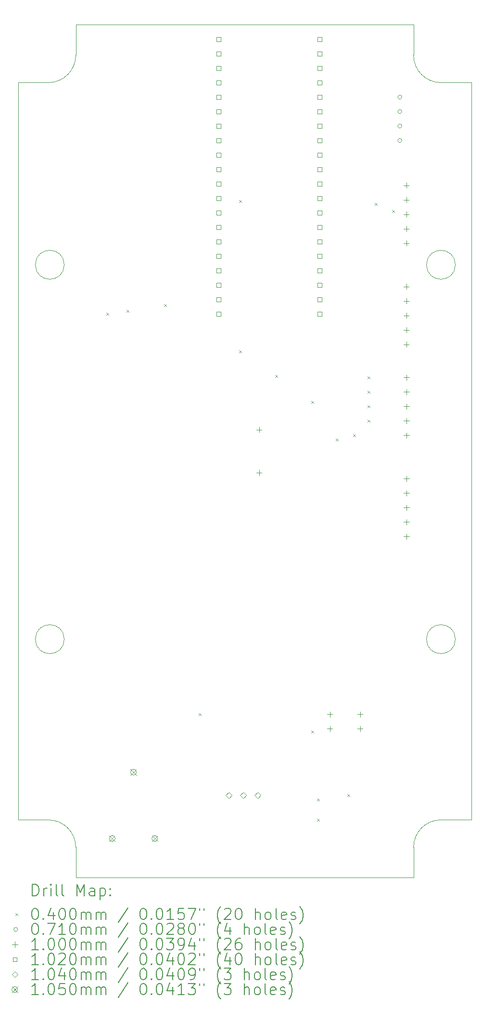
<source format=gbr>
%FSLAX45Y45*%
G04 Gerber Fmt 4.5, Leading zero omitted, Abs format (unit mm)*
G04 Created by KiCad (PCBNEW 6.0.2+dfsg-1) date 2022-11-10 09:56:29*
%MOMM*%
%LPD*%
G01*
G04 APERTURE LIST*
%TA.AperFunction,Profile*%
%ADD10C,0.100000*%
%TD*%
%ADD11C,0.200000*%
%ADD12C,0.040000*%
%ADD13C,0.071000*%
%ADD14C,0.100000*%
%ADD15C,0.102000*%
%ADD16C,0.104000*%
%ADD17C,0.105000*%
G04 APERTURE END LIST*
D10*
X8991600Y-15519400D02*
X9525000Y-15519400D01*
X2082800Y-2565400D02*
G75*
G03*
X2565400Y-2082800I0J482600D01*
G01*
X2565400Y-2082800D02*
X2565400Y-1549400D01*
X2565400Y-1549400D02*
X8509000Y-1549400D01*
X2565400Y-16535400D02*
X8509000Y-16535400D01*
X8991600Y-15519400D02*
G75*
G03*
X8509000Y-16002000I0J-482600D01*
G01*
X2362200Y-12344400D02*
G75*
G03*
X2362200Y-12344400I-254000J0D01*
G01*
X9245600Y-5765800D02*
G75*
G03*
X9245600Y-5765800I-254000J0D01*
G01*
X2082800Y-2565400D02*
X1549400Y-2565400D01*
X2565400Y-16002000D02*
X2565400Y-16535400D01*
X8509000Y-2082800D02*
X8509000Y-1549400D01*
X9245600Y-12344400D02*
G75*
G03*
X9245600Y-12344400I-254000J0D01*
G01*
X8509000Y-2082800D02*
G75*
G03*
X8991600Y-2565400I482600J0D01*
G01*
X9525000Y-15519400D02*
X9525000Y-2565400D01*
X2362200Y-5765800D02*
G75*
G03*
X2362200Y-5765800I-254000J0D01*
G01*
X8509000Y-16002000D02*
X8509000Y-16535400D01*
X1549400Y-2565400D02*
X1549400Y-15519400D01*
X8991600Y-2565400D02*
X9525000Y-2565400D01*
X2082800Y-15519400D02*
X1549400Y-15519400D01*
X2565400Y-16002000D02*
G75*
G03*
X2082800Y-15519400I-482600J0D01*
G01*
D11*
D12*
X3104200Y-6609400D02*
X3144200Y-6649400D01*
X3144200Y-6609400D02*
X3104200Y-6649400D01*
X3459800Y-6558600D02*
X3499800Y-6598600D01*
X3499800Y-6558600D02*
X3459800Y-6598600D01*
X4120200Y-6457000D02*
X4160200Y-6497000D01*
X4160200Y-6457000D02*
X4120200Y-6497000D01*
X4729800Y-13645200D02*
X4769800Y-13685200D01*
X4769800Y-13645200D02*
X4729800Y-13685200D01*
X5441000Y-4628200D02*
X5481000Y-4668200D01*
X5481000Y-4628200D02*
X5441000Y-4668200D01*
X5441000Y-7269800D02*
X5481000Y-7309800D01*
X5481000Y-7269800D02*
X5441000Y-7309800D01*
X6076000Y-7701600D02*
X6116000Y-7741600D01*
X6116000Y-7701600D02*
X6076000Y-7741600D01*
X6711000Y-8158800D02*
X6751000Y-8198800D01*
X6751000Y-8158800D02*
X6711000Y-8198800D01*
X6711000Y-13950000D02*
X6751000Y-13990000D01*
X6751000Y-13950000D02*
X6711000Y-13990000D01*
X6812600Y-15143800D02*
X6852600Y-15183800D01*
X6852600Y-15143800D02*
X6812600Y-15183800D01*
X6812600Y-15499400D02*
X6852600Y-15539400D01*
X6852600Y-15499400D02*
X6812600Y-15539400D01*
X7142800Y-8819200D02*
X7182800Y-8859200D01*
X7182800Y-8819200D02*
X7142800Y-8859200D01*
X7346000Y-15067600D02*
X7386000Y-15107600D01*
X7386000Y-15067600D02*
X7346000Y-15107600D01*
X7447600Y-8743000D02*
X7487600Y-8783000D01*
X7487600Y-8743000D02*
X7447600Y-8783000D01*
X7701600Y-7727000D02*
X7741600Y-7767000D01*
X7741600Y-7727000D02*
X7701600Y-7767000D01*
X7701600Y-7981000D02*
X7741600Y-8021000D01*
X7741600Y-7981000D02*
X7701600Y-8021000D01*
X7701600Y-8235000D02*
X7741600Y-8275000D01*
X7741600Y-8235000D02*
X7701600Y-8275000D01*
X7701600Y-8489000D02*
X7741600Y-8529000D01*
X7741600Y-8489000D02*
X7701600Y-8529000D01*
X7828600Y-4679000D02*
X7868600Y-4719000D01*
X7868600Y-4679000D02*
X7828600Y-4719000D01*
X8133400Y-4806000D02*
X8173400Y-4846000D01*
X8173400Y-4806000D02*
X8133400Y-4846000D01*
D13*
X8303500Y-2819400D02*
G75*
G03*
X8303500Y-2819400I-35500J0D01*
G01*
X8303500Y-3073400D02*
G75*
G03*
X8303500Y-3073400I-35500J0D01*
G01*
X8303500Y-3327400D02*
G75*
G03*
X8303500Y-3327400I-35500J0D01*
G01*
X8303500Y-3581400D02*
G75*
G03*
X8303500Y-3581400I-35500J0D01*
G01*
D14*
X5791200Y-8612400D02*
X5791200Y-8712400D01*
X5741200Y-8662400D02*
X5841200Y-8662400D01*
X5791200Y-9372400D02*
X5791200Y-9472400D01*
X5741200Y-9422400D02*
X5841200Y-9422400D01*
X7035800Y-13615200D02*
X7035800Y-13715200D01*
X6985800Y-13665200D02*
X7085800Y-13665200D01*
X7035800Y-13869200D02*
X7035800Y-13969200D01*
X6985800Y-13919200D02*
X7085800Y-13919200D01*
X7569200Y-13615200D02*
X7569200Y-13715200D01*
X7519200Y-13665200D02*
X7619200Y-13665200D01*
X7569200Y-13869200D02*
X7569200Y-13969200D01*
X7519200Y-13919200D02*
X7619200Y-13919200D01*
X8382000Y-4319300D02*
X8382000Y-4419300D01*
X8332000Y-4369300D02*
X8432000Y-4369300D01*
X8382000Y-4573300D02*
X8382000Y-4673300D01*
X8332000Y-4623300D02*
X8432000Y-4623300D01*
X8382000Y-4827300D02*
X8382000Y-4927300D01*
X8332000Y-4877300D02*
X8432000Y-4877300D01*
X8382000Y-5081300D02*
X8382000Y-5181300D01*
X8332000Y-5131300D02*
X8432000Y-5131300D01*
X8382000Y-5335300D02*
X8382000Y-5435300D01*
X8332000Y-5385300D02*
X8432000Y-5385300D01*
X8382000Y-6097800D02*
X8382000Y-6197800D01*
X8332000Y-6147800D02*
X8432000Y-6147800D01*
X8382000Y-6351800D02*
X8382000Y-6451800D01*
X8332000Y-6401800D02*
X8432000Y-6401800D01*
X8382000Y-6605800D02*
X8382000Y-6705800D01*
X8332000Y-6655800D02*
X8432000Y-6655800D01*
X8382000Y-6859800D02*
X8382000Y-6959800D01*
X8332000Y-6909800D02*
X8432000Y-6909800D01*
X8382000Y-7113800D02*
X8382000Y-7213800D01*
X8332000Y-7163800D02*
X8432000Y-7163800D01*
X8383600Y-7697000D02*
X8383600Y-7797000D01*
X8333600Y-7747000D02*
X8433600Y-7747000D01*
X8383600Y-7951000D02*
X8383600Y-8051000D01*
X8333600Y-8001000D02*
X8433600Y-8001000D01*
X8383600Y-8205000D02*
X8383600Y-8305000D01*
X8333600Y-8255000D02*
X8433600Y-8255000D01*
X8383600Y-8459000D02*
X8383600Y-8559000D01*
X8333600Y-8509000D02*
X8433600Y-8509000D01*
X8383600Y-8713000D02*
X8383600Y-8813000D01*
X8333600Y-8763000D02*
X8433600Y-8763000D01*
X8383600Y-9475000D02*
X8383600Y-9575000D01*
X8333600Y-9525000D02*
X8433600Y-9525000D01*
X8383600Y-9729000D02*
X8383600Y-9829000D01*
X8333600Y-9779000D02*
X8433600Y-9779000D01*
X8383600Y-9983000D02*
X8383600Y-10083000D01*
X8333600Y-10033000D02*
X8433600Y-10033000D01*
X8383600Y-10237000D02*
X8383600Y-10337000D01*
X8333600Y-10287000D02*
X8433600Y-10287000D01*
X8383600Y-10491000D02*
X8383600Y-10591000D01*
X8333600Y-10541000D02*
X8433600Y-10541000D01*
D15*
X5116063Y-1839463D02*
X5116063Y-1767337D01*
X5043937Y-1767337D01*
X5043937Y-1839463D01*
X5116063Y-1839463D01*
X5116063Y-2093463D02*
X5116063Y-2021337D01*
X5043937Y-2021337D01*
X5043937Y-2093463D01*
X5116063Y-2093463D01*
X5116063Y-2347463D02*
X5116063Y-2275337D01*
X5043937Y-2275337D01*
X5043937Y-2347463D01*
X5116063Y-2347463D01*
X5116063Y-2601463D02*
X5116063Y-2529337D01*
X5043937Y-2529337D01*
X5043937Y-2601463D01*
X5116063Y-2601463D01*
X5116063Y-2855463D02*
X5116063Y-2783337D01*
X5043937Y-2783337D01*
X5043937Y-2855463D01*
X5116063Y-2855463D01*
X5116063Y-3109463D02*
X5116063Y-3037337D01*
X5043937Y-3037337D01*
X5043937Y-3109463D01*
X5116063Y-3109463D01*
X5116063Y-3363463D02*
X5116063Y-3291337D01*
X5043937Y-3291337D01*
X5043937Y-3363463D01*
X5116063Y-3363463D01*
X5116063Y-3617463D02*
X5116063Y-3545337D01*
X5043937Y-3545337D01*
X5043937Y-3617463D01*
X5116063Y-3617463D01*
X5116063Y-3871463D02*
X5116063Y-3799337D01*
X5043937Y-3799337D01*
X5043937Y-3871463D01*
X5116063Y-3871463D01*
X5116063Y-4125463D02*
X5116063Y-4053337D01*
X5043937Y-4053337D01*
X5043937Y-4125463D01*
X5116063Y-4125463D01*
X5116063Y-4379463D02*
X5116063Y-4307337D01*
X5043937Y-4307337D01*
X5043937Y-4379463D01*
X5116063Y-4379463D01*
X5116063Y-4633463D02*
X5116063Y-4561337D01*
X5043937Y-4561337D01*
X5043937Y-4633463D01*
X5116063Y-4633463D01*
X5116063Y-4887463D02*
X5116063Y-4815337D01*
X5043937Y-4815337D01*
X5043937Y-4887463D01*
X5116063Y-4887463D01*
X5116063Y-5141463D02*
X5116063Y-5069337D01*
X5043937Y-5069337D01*
X5043937Y-5141463D01*
X5116063Y-5141463D01*
X5116063Y-5395463D02*
X5116063Y-5323337D01*
X5043937Y-5323337D01*
X5043937Y-5395463D01*
X5116063Y-5395463D01*
X5116063Y-5649463D02*
X5116063Y-5577337D01*
X5043937Y-5577337D01*
X5043937Y-5649463D01*
X5116063Y-5649463D01*
X5116063Y-5903463D02*
X5116063Y-5831337D01*
X5043937Y-5831337D01*
X5043937Y-5903463D01*
X5116063Y-5903463D01*
X5116063Y-6157463D02*
X5116063Y-6085337D01*
X5043937Y-6085337D01*
X5043937Y-6157463D01*
X5116063Y-6157463D01*
X5116063Y-6411463D02*
X5116063Y-6339337D01*
X5043937Y-6339337D01*
X5043937Y-6411463D01*
X5116063Y-6411463D01*
X5116063Y-6665463D02*
X5116063Y-6593337D01*
X5043937Y-6593337D01*
X5043937Y-6665463D01*
X5116063Y-6665463D01*
X6894063Y-1839463D02*
X6894063Y-1767337D01*
X6821937Y-1767337D01*
X6821937Y-1839463D01*
X6894063Y-1839463D01*
X6894063Y-2093463D02*
X6894063Y-2021337D01*
X6821937Y-2021337D01*
X6821937Y-2093463D01*
X6894063Y-2093463D01*
X6894063Y-2347463D02*
X6894063Y-2275337D01*
X6821937Y-2275337D01*
X6821937Y-2347463D01*
X6894063Y-2347463D01*
X6894063Y-2601463D02*
X6894063Y-2529337D01*
X6821937Y-2529337D01*
X6821937Y-2601463D01*
X6894063Y-2601463D01*
X6894063Y-2855463D02*
X6894063Y-2783337D01*
X6821937Y-2783337D01*
X6821937Y-2855463D01*
X6894063Y-2855463D01*
X6894063Y-3109463D02*
X6894063Y-3037337D01*
X6821937Y-3037337D01*
X6821937Y-3109463D01*
X6894063Y-3109463D01*
X6894063Y-3363463D02*
X6894063Y-3291337D01*
X6821937Y-3291337D01*
X6821937Y-3363463D01*
X6894063Y-3363463D01*
X6894063Y-3617463D02*
X6894063Y-3545337D01*
X6821937Y-3545337D01*
X6821937Y-3617463D01*
X6894063Y-3617463D01*
X6894063Y-3871463D02*
X6894063Y-3799337D01*
X6821937Y-3799337D01*
X6821937Y-3871463D01*
X6894063Y-3871463D01*
X6894063Y-4125463D02*
X6894063Y-4053337D01*
X6821937Y-4053337D01*
X6821937Y-4125463D01*
X6894063Y-4125463D01*
X6894063Y-4379463D02*
X6894063Y-4307337D01*
X6821937Y-4307337D01*
X6821937Y-4379463D01*
X6894063Y-4379463D01*
X6894063Y-4633463D02*
X6894063Y-4561337D01*
X6821937Y-4561337D01*
X6821937Y-4633463D01*
X6894063Y-4633463D01*
X6894063Y-4887463D02*
X6894063Y-4815337D01*
X6821937Y-4815337D01*
X6821937Y-4887463D01*
X6894063Y-4887463D01*
X6894063Y-5141463D02*
X6894063Y-5069337D01*
X6821937Y-5069337D01*
X6821937Y-5141463D01*
X6894063Y-5141463D01*
X6894063Y-5395463D02*
X6894063Y-5323337D01*
X6821937Y-5323337D01*
X6821937Y-5395463D01*
X6894063Y-5395463D01*
X6894063Y-5649463D02*
X6894063Y-5577337D01*
X6821937Y-5577337D01*
X6821937Y-5649463D01*
X6894063Y-5649463D01*
X6894063Y-5903463D02*
X6894063Y-5831337D01*
X6821937Y-5831337D01*
X6821937Y-5903463D01*
X6894063Y-5903463D01*
X6894063Y-6157463D02*
X6894063Y-6085337D01*
X6821937Y-6085337D01*
X6821937Y-6157463D01*
X6894063Y-6157463D01*
X6894063Y-6411463D02*
X6894063Y-6339337D01*
X6821937Y-6339337D01*
X6821937Y-6411463D01*
X6894063Y-6411463D01*
X6894063Y-6665463D02*
X6894063Y-6593337D01*
X6821937Y-6593337D01*
X6821937Y-6665463D01*
X6894063Y-6665463D01*
D16*
X5257800Y-15139600D02*
X5309800Y-15087600D01*
X5257800Y-15035600D01*
X5205800Y-15087600D01*
X5257800Y-15139600D01*
X5511800Y-15139600D02*
X5563800Y-15087600D01*
X5511800Y-15035600D01*
X5459800Y-15087600D01*
X5511800Y-15139600D01*
X5765800Y-15139600D02*
X5817800Y-15087600D01*
X5765800Y-15035600D01*
X5713800Y-15087600D01*
X5765800Y-15139600D01*
D17*
X3153900Y-15793000D02*
X3258900Y-15898000D01*
X3258900Y-15793000D02*
X3153900Y-15898000D01*
X3258900Y-15845500D02*
G75*
G03*
X3258900Y-15845500I-52500J0D01*
G01*
X3528900Y-14628000D02*
X3633900Y-14733000D01*
X3633900Y-14628000D02*
X3528900Y-14733000D01*
X3633900Y-14680500D02*
G75*
G03*
X3633900Y-14680500I-52500J0D01*
G01*
X3903900Y-15793000D02*
X4008900Y-15898000D01*
X4008900Y-15793000D02*
X3903900Y-15898000D01*
X4008900Y-15845500D02*
G75*
G03*
X4008900Y-15845500I-52500J0D01*
G01*
D11*
X1802019Y-16850876D02*
X1802019Y-16650876D01*
X1849638Y-16650876D01*
X1878209Y-16660400D01*
X1897257Y-16679448D01*
X1906781Y-16698495D01*
X1916305Y-16736590D01*
X1916305Y-16765162D01*
X1906781Y-16803257D01*
X1897257Y-16822305D01*
X1878209Y-16841352D01*
X1849638Y-16850876D01*
X1802019Y-16850876D01*
X2002019Y-16850876D02*
X2002019Y-16717543D01*
X2002019Y-16755638D02*
X2011543Y-16736590D01*
X2021067Y-16727067D01*
X2040114Y-16717543D01*
X2059162Y-16717543D01*
X2125829Y-16850876D02*
X2125829Y-16717543D01*
X2125829Y-16650876D02*
X2116305Y-16660400D01*
X2125829Y-16669924D01*
X2135352Y-16660400D01*
X2125829Y-16650876D01*
X2125829Y-16669924D01*
X2249638Y-16850876D02*
X2230590Y-16841352D01*
X2221067Y-16822305D01*
X2221067Y-16650876D01*
X2354400Y-16850876D02*
X2335352Y-16841352D01*
X2325829Y-16822305D01*
X2325829Y-16650876D01*
X2582971Y-16850876D02*
X2582971Y-16650876D01*
X2649638Y-16793733D01*
X2716305Y-16650876D01*
X2716305Y-16850876D01*
X2897257Y-16850876D02*
X2897257Y-16746114D01*
X2887733Y-16727067D01*
X2868686Y-16717543D01*
X2830590Y-16717543D01*
X2811543Y-16727067D01*
X2897257Y-16841352D02*
X2878209Y-16850876D01*
X2830590Y-16850876D01*
X2811543Y-16841352D01*
X2802019Y-16822305D01*
X2802019Y-16803257D01*
X2811543Y-16784210D01*
X2830590Y-16774686D01*
X2878209Y-16774686D01*
X2897257Y-16765162D01*
X2992495Y-16717543D02*
X2992495Y-16917543D01*
X2992495Y-16727067D02*
X3011543Y-16717543D01*
X3049638Y-16717543D01*
X3068686Y-16727067D01*
X3078209Y-16736590D01*
X3087733Y-16755638D01*
X3087733Y-16812781D01*
X3078209Y-16831829D01*
X3068686Y-16841352D01*
X3049638Y-16850876D01*
X3011543Y-16850876D01*
X2992495Y-16841352D01*
X3173448Y-16831829D02*
X3182971Y-16841352D01*
X3173448Y-16850876D01*
X3163924Y-16841352D01*
X3173448Y-16831829D01*
X3173448Y-16850876D01*
X3173448Y-16727067D02*
X3182971Y-16736590D01*
X3173448Y-16746114D01*
X3163924Y-16736590D01*
X3173448Y-16727067D01*
X3173448Y-16746114D01*
D12*
X1504400Y-17160400D02*
X1544400Y-17200400D01*
X1544400Y-17160400D02*
X1504400Y-17200400D01*
D11*
X1840114Y-17070876D02*
X1859162Y-17070876D01*
X1878209Y-17080400D01*
X1887733Y-17089924D01*
X1897257Y-17108971D01*
X1906781Y-17147067D01*
X1906781Y-17194686D01*
X1897257Y-17232781D01*
X1887733Y-17251829D01*
X1878209Y-17261352D01*
X1859162Y-17270876D01*
X1840114Y-17270876D01*
X1821067Y-17261352D01*
X1811543Y-17251829D01*
X1802019Y-17232781D01*
X1792495Y-17194686D01*
X1792495Y-17147067D01*
X1802019Y-17108971D01*
X1811543Y-17089924D01*
X1821067Y-17080400D01*
X1840114Y-17070876D01*
X1992495Y-17251829D02*
X2002019Y-17261352D01*
X1992495Y-17270876D01*
X1982971Y-17261352D01*
X1992495Y-17251829D01*
X1992495Y-17270876D01*
X2173448Y-17137543D02*
X2173448Y-17270876D01*
X2125829Y-17061352D02*
X2078209Y-17204210D01*
X2202019Y-17204210D01*
X2316305Y-17070876D02*
X2335352Y-17070876D01*
X2354400Y-17080400D01*
X2363924Y-17089924D01*
X2373448Y-17108971D01*
X2382971Y-17147067D01*
X2382971Y-17194686D01*
X2373448Y-17232781D01*
X2363924Y-17251829D01*
X2354400Y-17261352D01*
X2335352Y-17270876D01*
X2316305Y-17270876D01*
X2297257Y-17261352D01*
X2287733Y-17251829D01*
X2278210Y-17232781D01*
X2268686Y-17194686D01*
X2268686Y-17147067D01*
X2278210Y-17108971D01*
X2287733Y-17089924D01*
X2297257Y-17080400D01*
X2316305Y-17070876D01*
X2506781Y-17070876D02*
X2525829Y-17070876D01*
X2544876Y-17080400D01*
X2554400Y-17089924D01*
X2563924Y-17108971D01*
X2573448Y-17147067D01*
X2573448Y-17194686D01*
X2563924Y-17232781D01*
X2554400Y-17251829D01*
X2544876Y-17261352D01*
X2525829Y-17270876D01*
X2506781Y-17270876D01*
X2487733Y-17261352D01*
X2478210Y-17251829D01*
X2468686Y-17232781D01*
X2459162Y-17194686D01*
X2459162Y-17147067D01*
X2468686Y-17108971D01*
X2478210Y-17089924D01*
X2487733Y-17080400D01*
X2506781Y-17070876D01*
X2659162Y-17270876D02*
X2659162Y-17137543D01*
X2659162Y-17156590D02*
X2668686Y-17147067D01*
X2687733Y-17137543D01*
X2716305Y-17137543D01*
X2735352Y-17147067D01*
X2744876Y-17166114D01*
X2744876Y-17270876D01*
X2744876Y-17166114D02*
X2754400Y-17147067D01*
X2773448Y-17137543D01*
X2802019Y-17137543D01*
X2821067Y-17147067D01*
X2830590Y-17166114D01*
X2830590Y-17270876D01*
X2925828Y-17270876D02*
X2925828Y-17137543D01*
X2925828Y-17156590D02*
X2935352Y-17147067D01*
X2954400Y-17137543D01*
X2982971Y-17137543D01*
X3002019Y-17147067D01*
X3011543Y-17166114D01*
X3011543Y-17270876D01*
X3011543Y-17166114D02*
X3021067Y-17147067D01*
X3040114Y-17137543D01*
X3068686Y-17137543D01*
X3087733Y-17147067D01*
X3097257Y-17166114D01*
X3097257Y-17270876D01*
X3487733Y-17061352D02*
X3316305Y-17318495D01*
X3744876Y-17070876D02*
X3763924Y-17070876D01*
X3782971Y-17080400D01*
X3792495Y-17089924D01*
X3802019Y-17108971D01*
X3811543Y-17147067D01*
X3811543Y-17194686D01*
X3802019Y-17232781D01*
X3792495Y-17251829D01*
X3782971Y-17261352D01*
X3763924Y-17270876D01*
X3744876Y-17270876D01*
X3725828Y-17261352D01*
X3716305Y-17251829D01*
X3706781Y-17232781D01*
X3697257Y-17194686D01*
X3697257Y-17147067D01*
X3706781Y-17108971D01*
X3716305Y-17089924D01*
X3725828Y-17080400D01*
X3744876Y-17070876D01*
X3897257Y-17251829D02*
X3906781Y-17261352D01*
X3897257Y-17270876D01*
X3887733Y-17261352D01*
X3897257Y-17251829D01*
X3897257Y-17270876D01*
X4030590Y-17070876D02*
X4049638Y-17070876D01*
X4068686Y-17080400D01*
X4078209Y-17089924D01*
X4087733Y-17108971D01*
X4097257Y-17147067D01*
X4097257Y-17194686D01*
X4087733Y-17232781D01*
X4078209Y-17251829D01*
X4068686Y-17261352D01*
X4049638Y-17270876D01*
X4030590Y-17270876D01*
X4011543Y-17261352D01*
X4002019Y-17251829D01*
X3992495Y-17232781D01*
X3982971Y-17194686D01*
X3982971Y-17147067D01*
X3992495Y-17108971D01*
X4002019Y-17089924D01*
X4011543Y-17080400D01*
X4030590Y-17070876D01*
X4287733Y-17270876D02*
X4173448Y-17270876D01*
X4230590Y-17270876D02*
X4230590Y-17070876D01*
X4211543Y-17099448D01*
X4192495Y-17118495D01*
X4173448Y-17128019D01*
X4468686Y-17070876D02*
X4373448Y-17070876D01*
X4363924Y-17166114D01*
X4373448Y-17156590D01*
X4392495Y-17147067D01*
X4440114Y-17147067D01*
X4459162Y-17156590D01*
X4468686Y-17166114D01*
X4478210Y-17185162D01*
X4478210Y-17232781D01*
X4468686Y-17251829D01*
X4459162Y-17261352D01*
X4440114Y-17270876D01*
X4392495Y-17270876D01*
X4373448Y-17261352D01*
X4363924Y-17251829D01*
X4544876Y-17070876D02*
X4678210Y-17070876D01*
X4592495Y-17270876D01*
X4744876Y-17070876D02*
X4744876Y-17108971D01*
X4821067Y-17070876D02*
X4821067Y-17108971D01*
X5116305Y-17347067D02*
X5106781Y-17337543D01*
X5087733Y-17308971D01*
X5078210Y-17289924D01*
X5068686Y-17261352D01*
X5059162Y-17213733D01*
X5059162Y-17175638D01*
X5068686Y-17128019D01*
X5078210Y-17099448D01*
X5087733Y-17080400D01*
X5106781Y-17051829D01*
X5116305Y-17042305D01*
X5182971Y-17089924D02*
X5192495Y-17080400D01*
X5211543Y-17070876D01*
X5259162Y-17070876D01*
X5278210Y-17080400D01*
X5287733Y-17089924D01*
X5297257Y-17108971D01*
X5297257Y-17128019D01*
X5287733Y-17156590D01*
X5173448Y-17270876D01*
X5297257Y-17270876D01*
X5421067Y-17070876D02*
X5440114Y-17070876D01*
X5459162Y-17080400D01*
X5468686Y-17089924D01*
X5478210Y-17108971D01*
X5487733Y-17147067D01*
X5487733Y-17194686D01*
X5478210Y-17232781D01*
X5468686Y-17251829D01*
X5459162Y-17261352D01*
X5440114Y-17270876D01*
X5421067Y-17270876D01*
X5402019Y-17261352D01*
X5392495Y-17251829D01*
X5382971Y-17232781D01*
X5373448Y-17194686D01*
X5373448Y-17147067D01*
X5382971Y-17108971D01*
X5392495Y-17089924D01*
X5402019Y-17080400D01*
X5421067Y-17070876D01*
X5725828Y-17270876D02*
X5725828Y-17070876D01*
X5811543Y-17270876D02*
X5811543Y-17166114D01*
X5802019Y-17147067D01*
X5782971Y-17137543D01*
X5754400Y-17137543D01*
X5735352Y-17147067D01*
X5725828Y-17156590D01*
X5935352Y-17270876D02*
X5916305Y-17261352D01*
X5906781Y-17251829D01*
X5897257Y-17232781D01*
X5897257Y-17175638D01*
X5906781Y-17156590D01*
X5916305Y-17147067D01*
X5935352Y-17137543D01*
X5963924Y-17137543D01*
X5982971Y-17147067D01*
X5992495Y-17156590D01*
X6002019Y-17175638D01*
X6002019Y-17232781D01*
X5992495Y-17251829D01*
X5982971Y-17261352D01*
X5963924Y-17270876D01*
X5935352Y-17270876D01*
X6116305Y-17270876D02*
X6097257Y-17261352D01*
X6087733Y-17242305D01*
X6087733Y-17070876D01*
X6268686Y-17261352D02*
X6249638Y-17270876D01*
X6211543Y-17270876D01*
X6192495Y-17261352D01*
X6182971Y-17242305D01*
X6182971Y-17166114D01*
X6192495Y-17147067D01*
X6211543Y-17137543D01*
X6249638Y-17137543D01*
X6268686Y-17147067D01*
X6278209Y-17166114D01*
X6278209Y-17185162D01*
X6182971Y-17204210D01*
X6354400Y-17261352D02*
X6373448Y-17270876D01*
X6411543Y-17270876D01*
X6430590Y-17261352D01*
X6440114Y-17242305D01*
X6440114Y-17232781D01*
X6430590Y-17213733D01*
X6411543Y-17204210D01*
X6382971Y-17204210D01*
X6363924Y-17194686D01*
X6354400Y-17175638D01*
X6354400Y-17166114D01*
X6363924Y-17147067D01*
X6382971Y-17137543D01*
X6411543Y-17137543D01*
X6430590Y-17147067D01*
X6506781Y-17347067D02*
X6516305Y-17337543D01*
X6535352Y-17308971D01*
X6544876Y-17289924D01*
X6554400Y-17261352D01*
X6563924Y-17213733D01*
X6563924Y-17175638D01*
X6554400Y-17128019D01*
X6544876Y-17099448D01*
X6535352Y-17080400D01*
X6516305Y-17051829D01*
X6506781Y-17042305D01*
D13*
X1544400Y-17444400D02*
G75*
G03*
X1544400Y-17444400I-35500J0D01*
G01*
D11*
X1840114Y-17334876D02*
X1859162Y-17334876D01*
X1878209Y-17344400D01*
X1887733Y-17353924D01*
X1897257Y-17372971D01*
X1906781Y-17411067D01*
X1906781Y-17458686D01*
X1897257Y-17496781D01*
X1887733Y-17515829D01*
X1878209Y-17525352D01*
X1859162Y-17534876D01*
X1840114Y-17534876D01*
X1821067Y-17525352D01*
X1811543Y-17515829D01*
X1802019Y-17496781D01*
X1792495Y-17458686D01*
X1792495Y-17411067D01*
X1802019Y-17372971D01*
X1811543Y-17353924D01*
X1821067Y-17344400D01*
X1840114Y-17334876D01*
X1992495Y-17515829D02*
X2002019Y-17525352D01*
X1992495Y-17534876D01*
X1982971Y-17525352D01*
X1992495Y-17515829D01*
X1992495Y-17534876D01*
X2068686Y-17334876D02*
X2202019Y-17334876D01*
X2116305Y-17534876D01*
X2382971Y-17534876D02*
X2268686Y-17534876D01*
X2325829Y-17534876D02*
X2325829Y-17334876D01*
X2306781Y-17363448D01*
X2287733Y-17382495D01*
X2268686Y-17392019D01*
X2506781Y-17334876D02*
X2525829Y-17334876D01*
X2544876Y-17344400D01*
X2554400Y-17353924D01*
X2563924Y-17372971D01*
X2573448Y-17411067D01*
X2573448Y-17458686D01*
X2563924Y-17496781D01*
X2554400Y-17515829D01*
X2544876Y-17525352D01*
X2525829Y-17534876D01*
X2506781Y-17534876D01*
X2487733Y-17525352D01*
X2478210Y-17515829D01*
X2468686Y-17496781D01*
X2459162Y-17458686D01*
X2459162Y-17411067D01*
X2468686Y-17372971D01*
X2478210Y-17353924D01*
X2487733Y-17344400D01*
X2506781Y-17334876D01*
X2659162Y-17534876D02*
X2659162Y-17401543D01*
X2659162Y-17420590D02*
X2668686Y-17411067D01*
X2687733Y-17401543D01*
X2716305Y-17401543D01*
X2735352Y-17411067D01*
X2744876Y-17430114D01*
X2744876Y-17534876D01*
X2744876Y-17430114D02*
X2754400Y-17411067D01*
X2773448Y-17401543D01*
X2802019Y-17401543D01*
X2821067Y-17411067D01*
X2830590Y-17430114D01*
X2830590Y-17534876D01*
X2925828Y-17534876D02*
X2925828Y-17401543D01*
X2925828Y-17420590D02*
X2935352Y-17411067D01*
X2954400Y-17401543D01*
X2982971Y-17401543D01*
X3002019Y-17411067D01*
X3011543Y-17430114D01*
X3011543Y-17534876D01*
X3011543Y-17430114D02*
X3021067Y-17411067D01*
X3040114Y-17401543D01*
X3068686Y-17401543D01*
X3087733Y-17411067D01*
X3097257Y-17430114D01*
X3097257Y-17534876D01*
X3487733Y-17325352D02*
X3316305Y-17582495D01*
X3744876Y-17334876D02*
X3763924Y-17334876D01*
X3782971Y-17344400D01*
X3792495Y-17353924D01*
X3802019Y-17372971D01*
X3811543Y-17411067D01*
X3811543Y-17458686D01*
X3802019Y-17496781D01*
X3792495Y-17515829D01*
X3782971Y-17525352D01*
X3763924Y-17534876D01*
X3744876Y-17534876D01*
X3725828Y-17525352D01*
X3716305Y-17515829D01*
X3706781Y-17496781D01*
X3697257Y-17458686D01*
X3697257Y-17411067D01*
X3706781Y-17372971D01*
X3716305Y-17353924D01*
X3725828Y-17344400D01*
X3744876Y-17334876D01*
X3897257Y-17515829D02*
X3906781Y-17525352D01*
X3897257Y-17534876D01*
X3887733Y-17525352D01*
X3897257Y-17515829D01*
X3897257Y-17534876D01*
X4030590Y-17334876D02*
X4049638Y-17334876D01*
X4068686Y-17344400D01*
X4078209Y-17353924D01*
X4087733Y-17372971D01*
X4097257Y-17411067D01*
X4097257Y-17458686D01*
X4087733Y-17496781D01*
X4078209Y-17515829D01*
X4068686Y-17525352D01*
X4049638Y-17534876D01*
X4030590Y-17534876D01*
X4011543Y-17525352D01*
X4002019Y-17515829D01*
X3992495Y-17496781D01*
X3982971Y-17458686D01*
X3982971Y-17411067D01*
X3992495Y-17372971D01*
X4002019Y-17353924D01*
X4011543Y-17344400D01*
X4030590Y-17334876D01*
X4173448Y-17353924D02*
X4182971Y-17344400D01*
X4202019Y-17334876D01*
X4249638Y-17334876D01*
X4268686Y-17344400D01*
X4278210Y-17353924D01*
X4287733Y-17372971D01*
X4287733Y-17392019D01*
X4278210Y-17420590D01*
X4163924Y-17534876D01*
X4287733Y-17534876D01*
X4402019Y-17420590D02*
X4382971Y-17411067D01*
X4373448Y-17401543D01*
X4363924Y-17382495D01*
X4363924Y-17372971D01*
X4373448Y-17353924D01*
X4382971Y-17344400D01*
X4402019Y-17334876D01*
X4440114Y-17334876D01*
X4459162Y-17344400D01*
X4468686Y-17353924D01*
X4478210Y-17372971D01*
X4478210Y-17382495D01*
X4468686Y-17401543D01*
X4459162Y-17411067D01*
X4440114Y-17420590D01*
X4402019Y-17420590D01*
X4382971Y-17430114D01*
X4373448Y-17439638D01*
X4363924Y-17458686D01*
X4363924Y-17496781D01*
X4373448Y-17515829D01*
X4382971Y-17525352D01*
X4402019Y-17534876D01*
X4440114Y-17534876D01*
X4459162Y-17525352D01*
X4468686Y-17515829D01*
X4478210Y-17496781D01*
X4478210Y-17458686D01*
X4468686Y-17439638D01*
X4459162Y-17430114D01*
X4440114Y-17420590D01*
X4602019Y-17334876D02*
X4621067Y-17334876D01*
X4640114Y-17344400D01*
X4649638Y-17353924D01*
X4659162Y-17372971D01*
X4668686Y-17411067D01*
X4668686Y-17458686D01*
X4659162Y-17496781D01*
X4649638Y-17515829D01*
X4640114Y-17525352D01*
X4621067Y-17534876D01*
X4602019Y-17534876D01*
X4582971Y-17525352D01*
X4573448Y-17515829D01*
X4563924Y-17496781D01*
X4554400Y-17458686D01*
X4554400Y-17411067D01*
X4563924Y-17372971D01*
X4573448Y-17353924D01*
X4582971Y-17344400D01*
X4602019Y-17334876D01*
X4744876Y-17334876D02*
X4744876Y-17372971D01*
X4821067Y-17334876D02*
X4821067Y-17372971D01*
X5116305Y-17611067D02*
X5106781Y-17601543D01*
X5087733Y-17572971D01*
X5078210Y-17553924D01*
X5068686Y-17525352D01*
X5059162Y-17477733D01*
X5059162Y-17439638D01*
X5068686Y-17392019D01*
X5078210Y-17363448D01*
X5087733Y-17344400D01*
X5106781Y-17315829D01*
X5116305Y-17306305D01*
X5278210Y-17401543D02*
X5278210Y-17534876D01*
X5230590Y-17325352D02*
X5182971Y-17468210D01*
X5306781Y-17468210D01*
X5535352Y-17534876D02*
X5535352Y-17334876D01*
X5621067Y-17534876D02*
X5621067Y-17430114D01*
X5611543Y-17411067D01*
X5592495Y-17401543D01*
X5563924Y-17401543D01*
X5544876Y-17411067D01*
X5535352Y-17420590D01*
X5744876Y-17534876D02*
X5725828Y-17525352D01*
X5716305Y-17515829D01*
X5706781Y-17496781D01*
X5706781Y-17439638D01*
X5716305Y-17420590D01*
X5725828Y-17411067D01*
X5744876Y-17401543D01*
X5773448Y-17401543D01*
X5792495Y-17411067D01*
X5802019Y-17420590D01*
X5811543Y-17439638D01*
X5811543Y-17496781D01*
X5802019Y-17515829D01*
X5792495Y-17525352D01*
X5773448Y-17534876D01*
X5744876Y-17534876D01*
X5925828Y-17534876D02*
X5906781Y-17525352D01*
X5897257Y-17506305D01*
X5897257Y-17334876D01*
X6078209Y-17525352D02*
X6059162Y-17534876D01*
X6021067Y-17534876D01*
X6002019Y-17525352D01*
X5992495Y-17506305D01*
X5992495Y-17430114D01*
X6002019Y-17411067D01*
X6021067Y-17401543D01*
X6059162Y-17401543D01*
X6078209Y-17411067D01*
X6087733Y-17430114D01*
X6087733Y-17449162D01*
X5992495Y-17468210D01*
X6163924Y-17525352D02*
X6182971Y-17534876D01*
X6221067Y-17534876D01*
X6240114Y-17525352D01*
X6249638Y-17506305D01*
X6249638Y-17496781D01*
X6240114Y-17477733D01*
X6221067Y-17468210D01*
X6192495Y-17468210D01*
X6173448Y-17458686D01*
X6163924Y-17439638D01*
X6163924Y-17430114D01*
X6173448Y-17411067D01*
X6192495Y-17401543D01*
X6221067Y-17401543D01*
X6240114Y-17411067D01*
X6316305Y-17611067D02*
X6325828Y-17601543D01*
X6344876Y-17572971D01*
X6354400Y-17553924D01*
X6363924Y-17525352D01*
X6373448Y-17477733D01*
X6373448Y-17439638D01*
X6363924Y-17392019D01*
X6354400Y-17363448D01*
X6344876Y-17344400D01*
X6325828Y-17315829D01*
X6316305Y-17306305D01*
D14*
X1494400Y-17658400D02*
X1494400Y-17758400D01*
X1444400Y-17708400D02*
X1544400Y-17708400D01*
D11*
X1906781Y-17798876D02*
X1792495Y-17798876D01*
X1849638Y-17798876D02*
X1849638Y-17598876D01*
X1830590Y-17627448D01*
X1811543Y-17646495D01*
X1792495Y-17656019D01*
X1992495Y-17779829D02*
X2002019Y-17789352D01*
X1992495Y-17798876D01*
X1982971Y-17789352D01*
X1992495Y-17779829D01*
X1992495Y-17798876D01*
X2125829Y-17598876D02*
X2144876Y-17598876D01*
X2163924Y-17608400D01*
X2173448Y-17617924D01*
X2182971Y-17636971D01*
X2192495Y-17675067D01*
X2192495Y-17722686D01*
X2182971Y-17760781D01*
X2173448Y-17779829D01*
X2163924Y-17789352D01*
X2144876Y-17798876D01*
X2125829Y-17798876D01*
X2106781Y-17789352D01*
X2097257Y-17779829D01*
X2087733Y-17760781D01*
X2078209Y-17722686D01*
X2078209Y-17675067D01*
X2087733Y-17636971D01*
X2097257Y-17617924D01*
X2106781Y-17608400D01*
X2125829Y-17598876D01*
X2316305Y-17598876D02*
X2335352Y-17598876D01*
X2354400Y-17608400D01*
X2363924Y-17617924D01*
X2373448Y-17636971D01*
X2382971Y-17675067D01*
X2382971Y-17722686D01*
X2373448Y-17760781D01*
X2363924Y-17779829D01*
X2354400Y-17789352D01*
X2335352Y-17798876D01*
X2316305Y-17798876D01*
X2297257Y-17789352D01*
X2287733Y-17779829D01*
X2278210Y-17760781D01*
X2268686Y-17722686D01*
X2268686Y-17675067D01*
X2278210Y-17636971D01*
X2287733Y-17617924D01*
X2297257Y-17608400D01*
X2316305Y-17598876D01*
X2506781Y-17598876D02*
X2525829Y-17598876D01*
X2544876Y-17608400D01*
X2554400Y-17617924D01*
X2563924Y-17636971D01*
X2573448Y-17675067D01*
X2573448Y-17722686D01*
X2563924Y-17760781D01*
X2554400Y-17779829D01*
X2544876Y-17789352D01*
X2525829Y-17798876D01*
X2506781Y-17798876D01*
X2487733Y-17789352D01*
X2478210Y-17779829D01*
X2468686Y-17760781D01*
X2459162Y-17722686D01*
X2459162Y-17675067D01*
X2468686Y-17636971D01*
X2478210Y-17617924D01*
X2487733Y-17608400D01*
X2506781Y-17598876D01*
X2659162Y-17798876D02*
X2659162Y-17665543D01*
X2659162Y-17684590D02*
X2668686Y-17675067D01*
X2687733Y-17665543D01*
X2716305Y-17665543D01*
X2735352Y-17675067D01*
X2744876Y-17694114D01*
X2744876Y-17798876D01*
X2744876Y-17694114D02*
X2754400Y-17675067D01*
X2773448Y-17665543D01*
X2802019Y-17665543D01*
X2821067Y-17675067D01*
X2830590Y-17694114D01*
X2830590Y-17798876D01*
X2925828Y-17798876D02*
X2925828Y-17665543D01*
X2925828Y-17684590D02*
X2935352Y-17675067D01*
X2954400Y-17665543D01*
X2982971Y-17665543D01*
X3002019Y-17675067D01*
X3011543Y-17694114D01*
X3011543Y-17798876D01*
X3011543Y-17694114D02*
X3021067Y-17675067D01*
X3040114Y-17665543D01*
X3068686Y-17665543D01*
X3087733Y-17675067D01*
X3097257Y-17694114D01*
X3097257Y-17798876D01*
X3487733Y-17589352D02*
X3316305Y-17846495D01*
X3744876Y-17598876D02*
X3763924Y-17598876D01*
X3782971Y-17608400D01*
X3792495Y-17617924D01*
X3802019Y-17636971D01*
X3811543Y-17675067D01*
X3811543Y-17722686D01*
X3802019Y-17760781D01*
X3792495Y-17779829D01*
X3782971Y-17789352D01*
X3763924Y-17798876D01*
X3744876Y-17798876D01*
X3725828Y-17789352D01*
X3716305Y-17779829D01*
X3706781Y-17760781D01*
X3697257Y-17722686D01*
X3697257Y-17675067D01*
X3706781Y-17636971D01*
X3716305Y-17617924D01*
X3725828Y-17608400D01*
X3744876Y-17598876D01*
X3897257Y-17779829D02*
X3906781Y-17789352D01*
X3897257Y-17798876D01*
X3887733Y-17789352D01*
X3897257Y-17779829D01*
X3897257Y-17798876D01*
X4030590Y-17598876D02*
X4049638Y-17598876D01*
X4068686Y-17608400D01*
X4078209Y-17617924D01*
X4087733Y-17636971D01*
X4097257Y-17675067D01*
X4097257Y-17722686D01*
X4087733Y-17760781D01*
X4078209Y-17779829D01*
X4068686Y-17789352D01*
X4049638Y-17798876D01*
X4030590Y-17798876D01*
X4011543Y-17789352D01*
X4002019Y-17779829D01*
X3992495Y-17760781D01*
X3982971Y-17722686D01*
X3982971Y-17675067D01*
X3992495Y-17636971D01*
X4002019Y-17617924D01*
X4011543Y-17608400D01*
X4030590Y-17598876D01*
X4163924Y-17598876D02*
X4287733Y-17598876D01*
X4221067Y-17675067D01*
X4249638Y-17675067D01*
X4268686Y-17684590D01*
X4278210Y-17694114D01*
X4287733Y-17713162D01*
X4287733Y-17760781D01*
X4278210Y-17779829D01*
X4268686Y-17789352D01*
X4249638Y-17798876D01*
X4192495Y-17798876D01*
X4173448Y-17789352D01*
X4163924Y-17779829D01*
X4382971Y-17798876D02*
X4421067Y-17798876D01*
X4440114Y-17789352D01*
X4449638Y-17779829D01*
X4468686Y-17751257D01*
X4478210Y-17713162D01*
X4478210Y-17636971D01*
X4468686Y-17617924D01*
X4459162Y-17608400D01*
X4440114Y-17598876D01*
X4402019Y-17598876D01*
X4382971Y-17608400D01*
X4373448Y-17617924D01*
X4363924Y-17636971D01*
X4363924Y-17684590D01*
X4373448Y-17703638D01*
X4382971Y-17713162D01*
X4402019Y-17722686D01*
X4440114Y-17722686D01*
X4459162Y-17713162D01*
X4468686Y-17703638D01*
X4478210Y-17684590D01*
X4649638Y-17665543D02*
X4649638Y-17798876D01*
X4602019Y-17589352D02*
X4554400Y-17732210D01*
X4678210Y-17732210D01*
X4744876Y-17598876D02*
X4744876Y-17636971D01*
X4821067Y-17598876D02*
X4821067Y-17636971D01*
X5116305Y-17875067D02*
X5106781Y-17865543D01*
X5087733Y-17836971D01*
X5078210Y-17817924D01*
X5068686Y-17789352D01*
X5059162Y-17741733D01*
X5059162Y-17703638D01*
X5068686Y-17656019D01*
X5078210Y-17627448D01*
X5087733Y-17608400D01*
X5106781Y-17579829D01*
X5116305Y-17570305D01*
X5182971Y-17617924D02*
X5192495Y-17608400D01*
X5211543Y-17598876D01*
X5259162Y-17598876D01*
X5278210Y-17608400D01*
X5287733Y-17617924D01*
X5297257Y-17636971D01*
X5297257Y-17656019D01*
X5287733Y-17684590D01*
X5173448Y-17798876D01*
X5297257Y-17798876D01*
X5468686Y-17598876D02*
X5430590Y-17598876D01*
X5411543Y-17608400D01*
X5402019Y-17617924D01*
X5382971Y-17646495D01*
X5373448Y-17684590D01*
X5373448Y-17760781D01*
X5382971Y-17779829D01*
X5392495Y-17789352D01*
X5411543Y-17798876D01*
X5449638Y-17798876D01*
X5468686Y-17789352D01*
X5478210Y-17779829D01*
X5487733Y-17760781D01*
X5487733Y-17713162D01*
X5478210Y-17694114D01*
X5468686Y-17684590D01*
X5449638Y-17675067D01*
X5411543Y-17675067D01*
X5392495Y-17684590D01*
X5382971Y-17694114D01*
X5373448Y-17713162D01*
X5725828Y-17798876D02*
X5725828Y-17598876D01*
X5811543Y-17798876D02*
X5811543Y-17694114D01*
X5802019Y-17675067D01*
X5782971Y-17665543D01*
X5754400Y-17665543D01*
X5735352Y-17675067D01*
X5725828Y-17684590D01*
X5935352Y-17798876D02*
X5916305Y-17789352D01*
X5906781Y-17779829D01*
X5897257Y-17760781D01*
X5897257Y-17703638D01*
X5906781Y-17684590D01*
X5916305Y-17675067D01*
X5935352Y-17665543D01*
X5963924Y-17665543D01*
X5982971Y-17675067D01*
X5992495Y-17684590D01*
X6002019Y-17703638D01*
X6002019Y-17760781D01*
X5992495Y-17779829D01*
X5982971Y-17789352D01*
X5963924Y-17798876D01*
X5935352Y-17798876D01*
X6116305Y-17798876D02*
X6097257Y-17789352D01*
X6087733Y-17770305D01*
X6087733Y-17598876D01*
X6268686Y-17789352D02*
X6249638Y-17798876D01*
X6211543Y-17798876D01*
X6192495Y-17789352D01*
X6182971Y-17770305D01*
X6182971Y-17694114D01*
X6192495Y-17675067D01*
X6211543Y-17665543D01*
X6249638Y-17665543D01*
X6268686Y-17675067D01*
X6278209Y-17694114D01*
X6278209Y-17713162D01*
X6182971Y-17732210D01*
X6354400Y-17789352D02*
X6373448Y-17798876D01*
X6411543Y-17798876D01*
X6430590Y-17789352D01*
X6440114Y-17770305D01*
X6440114Y-17760781D01*
X6430590Y-17741733D01*
X6411543Y-17732210D01*
X6382971Y-17732210D01*
X6363924Y-17722686D01*
X6354400Y-17703638D01*
X6354400Y-17694114D01*
X6363924Y-17675067D01*
X6382971Y-17665543D01*
X6411543Y-17665543D01*
X6430590Y-17675067D01*
X6506781Y-17875067D02*
X6516305Y-17865543D01*
X6535352Y-17836971D01*
X6544876Y-17817924D01*
X6554400Y-17789352D01*
X6563924Y-17741733D01*
X6563924Y-17703638D01*
X6554400Y-17656019D01*
X6544876Y-17627448D01*
X6535352Y-17608400D01*
X6516305Y-17579829D01*
X6506781Y-17570305D01*
D15*
X1529463Y-18008463D02*
X1529463Y-17936337D01*
X1457337Y-17936337D01*
X1457337Y-18008463D01*
X1529463Y-18008463D01*
D11*
X1906781Y-18062876D02*
X1792495Y-18062876D01*
X1849638Y-18062876D02*
X1849638Y-17862876D01*
X1830590Y-17891448D01*
X1811543Y-17910495D01*
X1792495Y-17920019D01*
X1992495Y-18043829D02*
X2002019Y-18053352D01*
X1992495Y-18062876D01*
X1982971Y-18053352D01*
X1992495Y-18043829D01*
X1992495Y-18062876D01*
X2125829Y-17862876D02*
X2144876Y-17862876D01*
X2163924Y-17872400D01*
X2173448Y-17881924D01*
X2182971Y-17900971D01*
X2192495Y-17939067D01*
X2192495Y-17986686D01*
X2182971Y-18024781D01*
X2173448Y-18043829D01*
X2163924Y-18053352D01*
X2144876Y-18062876D01*
X2125829Y-18062876D01*
X2106781Y-18053352D01*
X2097257Y-18043829D01*
X2087733Y-18024781D01*
X2078209Y-17986686D01*
X2078209Y-17939067D01*
X2087733Y-17900971D01*
X2097257Y-17881924D01*
X2106781Y-17872400D01*
X2125829Y-17862876D01*
X2268686Y-17881924D02*
X2278210Y-17872400D01*
X2297257Y-17862876D01*
X2344876Y-17862876D01*
X2363924Y-17872400D01*
X2373448Y-17881924D01*
X2382971Y-17900971D01*
X2382971Y-17920019D01*
X2373448Y-17948590D01*
X2259162Y-18062876D01*
X2382971Y-18062876D01*
X2506781Y-17862876D02*
X2525829Y-17862876D01*
X2544876Y-17872400D01*
X2554400Y-17881924D01*
X2563924Y-17900971D01*
X2573448Y-17939067D01*
X2573448Y-17986686D01*
X2563924Y-18024781D01*
X2554400Y-18043829D01*
X2544876Y-18053352D01*
X2525829Y-18062876D01*
X2506781Y-18062876D01*
X2487733Y-18053352D01*
X2478210Y-18043829D01*
X2468686Y-18024781D01*
X2459162Y-17986686D01*
X2459162Y-17939067D01*
X2468686Y-17900971D01*
X2478210Y-17881924D01*
X2487733Y-17872400D01*
X2506781Y-17862876D01*
X2659162Y-18062876D02*
X2659162Y-17929543D01*
X2659162Y-17948590D02*
X2668686Y-17939067D01*
X2687733Y-17929543D01*
X2716305Y-17929543D01*
X2735352Y-17939067D01*
X2744876Y-17958114D01*
X2744876Y-18062876D01*
X2744876Y-17958114D02*
X2754400Y-17939067D01*
X2773448Y-17929543D01*
X2802019Y-17929543D01*
X2821067Y-17939067D01*
X2830590Y-17958114D01*
X2830590Y-18062876D01*
X2925828Y-18062876D02*
X2925828Y-17929543D01*
X2925828Y-17948590D02*
X2935352Y-17939067D01*
X2954400Y-17929543D01*
X2982971Y-17929543D01*
X3002019Y-17939067D01*
X3011543Y-17958114D01*
X3011543Y-18062876D01*
X3011543Y-17958114D02*
X3021067Y-17939067D01*
X3040114Y-17929543D01*
X3068686Y-17929543D01*
X3087733Y-17939067D01*
X3097257Y-17958114D01*
X3097257Y-18062876D01*
X3487733Y-17853352D02*
X3316305Y-18110495D01*
X3744876Y-17862876D02*
X3763924Y-17862876D01*
X3782971Y-17872400D01*
X3792495Y-17881924D01*
X3802019Y-17900971D01*
X3811543Y-17939067D01*
X3811543Y-17986686D01*
X3802019Y-18024781D01*
X3792495Y-18043829D01*
X3782971Y-18053352D01*
X3763924Y-18062876D01*
X3744876Y-18062876D01*
X3725828Y-18053352D01*
X3716305Y-18043829D01*
X3706781Y-18024781D01*
X3697257Y-17986686D01*
X3697257Y-17939067D01*
X3706781Y-17900971D01*
X3716305Y-17881924D01*
X3725828Y-17872400D01*
X3744876Y-17862876D01*
X3897257Y-18043829D02*
X3906781Y-18053352D01*
X3897257Y-18062876D01*
X3887733Y-18053352D01*
X3897257Y-18043829D01*
X3897257Y-18062876D01*
X4030590Y-17862876D02*
X4049638Y-17862876D01*
X4068686Y-17872400D01*
X4078209Y-17881924D01*
X4087733Y-17900971D01*
X4097257Y-17939067D01*
X4097257Y-17986686D01*
X4087733Y-18024781D01*
X4078209Y-18043829D01*
X4068686Y-18053352D01*
X4049638Y-18062876D01*
X4030590Y-18062876D01*
X4011543Y-18053352D01*
X4002019Y-18043829D01*
X3992495Y-18024781D01*
X3982971Y-17986686D01*
X3982971Y-17939067D01*
X3992495Y-17900971D01*
X4002019Y-17881924D01*
X4011543Y-17872400D01*
X4030590Y-17862876D01*
X4268686Y-17929543D02*
X4268686Y-18062876D01*
X4221067Y-17853352D02*
X4173448Y-17996210D01*
X4297257Y-17996210D01*
X4411543Y-17862876D02*
X4430590Y-17862876D01*
X4449638Y-17872400D01*
X4459162Y-17881924D01*
X4468686Y-17900971D01*
X4478210Y-17939067D01*
X4478210Y-17986686D01*
X4468686Y-18024781D01*
X4459162Y-18043829D01*
X4449638Y-18053352D01*
X4430590Y-18062876D01*
X4411543Y-18062876D01*
X4392495Y-18053352D01*
X4382971Y-18043829D01*
X4373448Y-18024781D01*
X4363924Y-17986686D01*
X4363924Y-17939067D01*
X4373448Y-17900971D01*
X4382971Y-17881924D01*
X4392495Y-17872400D01*
X4411543Y-17862876D01*
X4554400Y-17881924D02*
X4563924Y-17872400D01*
X4582971Y-17862876D01*
X4630590Y-17862876D01*
X4649638Y-17872400D01*
X4659162Y-17881924D01*
X4668686Y-17900971D01*
X4668686Y-17920019D01*
X4659162Y-17948590D01*
X4544876Y-18062876D01*
X4668686Y-18062876D01*
X4744876Y-17862876D02*
X4744876Y-17900971D01*
X4821067Y-17862876D02*
X4821067Y-17900971D01*
X5116305Y-18139067D02*
X5106781Y-18129543D01*
X5087733Y-18100971D01*
X5078210Y-18081924D01*
X5068686Y-18053352D01*
X5059162Y-18005733D01*
X5059162Y-17967638D01*
X5068686Y-17920019D01*
X5078210Y-17891448D01*
X5087733Y-17872400D01*
X5106781Y-17843829D01*
X5116305Y-17834305D01*
X5278210Y-17929543D02*
X5278210Y-18062876D01*
X5230590Y-17853352D02*
X5182971Y-17996210D01*
X5306781Y-17996210D01*
X5421067Y-17862876D02*
X5440114Y-17862876D01*
X5459162Y-17872400D01*
X5468686Y-17881924D01*
X5478210Y-17900971D01*
X5487733Y-17939067D01*
X5487733Y-17986686D01*
X5478210Y-18024781D01*
X5468686Y-18043829D01*
X5459162Y-18053352D01*
X5440114Y-18062876D01*
X5421067Y-18062876D01*
X5402019Y-18053352D01*
X5392495Y-18043829D01*
X5382971Y-18024781D01*
X5373448Y-17986686D01*
X5373448Y-17939067D01*
X5382971Y-17900971D01*
X5392495Y-17881924D01*
X5402019Y-17872400D01*
X5421067Y-17862876D01*
X5725828Y-18062876D02*
X5725828Y-17862876D01*
X5811543Y-18062876D02*
X5811543Y-17958114D01*
X5802019Y-17939067D01*
X5782971Y-17929543D01*
X5754400Y-17929543D01*
X5735352Y-17939067D01*
X5725828Y-17948590D01*
X5935352Y-18062876D02*
X5916305Y-18053352D01*
X5906781Y-18043829D01*
X5897257Y-18024781D01*
X5897257Y-17967638D01*
X5906781Y-17948590D01*
X5916305Y-17939067D01*
X5935352Y-17929543D01*
X5963924Y-17929543D01*
X5982971Y-17939067D01*
X5992495Y-17948590D01*
X6002019Y-17967638D01*
X6002019Y-18024781D01*
X5992495Y-18043829D01*
X5982971Y-18053352D01*
X5963924Y-18062876D01*
X5935352Y-18062876D01*
X6116305Y-18062876D02*
X6097257Y-18053352D01*
X6087733Y-18034305D01*
X6087733Y-17862876D01*
X6268686Y-18053352D02*
X6249638Y-18062876D01*
X6211543Y-18062876D01*
X6192495Y-18053352D01*
X6182971Y-18034305D01*
X6182971Y-17958114D01*
X6192495Y-17939067D01*
X6211543Y-17929543D01*
X6249638Y-17929543D01*
X6268686Y-17939067D01*
X6278209Y-17958114D01*
X6278209Y-17977162D01*
X6182971Y-17996210D01*
X6354400Y-18053352D02*
X6373448Y-18062876D01*
X6411543Y-18062876D01*
X6430590Y-18053352D01*
X6440114Y-18034305D01*
X6440114Y-18024781D01*
X6430590Y-18005733D01*
X6411543Y-17996210D01*
X6382971Y-17996210D01*
X6363924Y-17986686D01*
X6354400Y-17967638D01*
X6354400Y-17958114D01*
X6363924Y-17939067D01*
X6382971Y-17929543D01*
X6411543Y-17929543D01*
X6430590Y-17939067D01*
X6506781Y-18139067D02*
X6516305Y-18129543D01*
X6535352Y-18100971D01*
X6544876Y-18081924D01*
X6554400Y-18053352D01*
X6563924Y-18005733D01*
X6563924Y-17967638D01*
X6554400Y-17920019D01*
X6544876Y-17891448D01*
X6535352Y-17872400D01*
X6516305Y-17843829D01*
X6506781Y-17834305D01*
D16*
X1492400Y-18288400D02*
X1544400Y-18236400D01*
X1492400Y-18184400D01*
X1440400Y-18236400D01*
X1492400Y-18288400D01*
D11*
X1906781Y-18326876D02*
X1792495Y-18326876D01*
X1849638Y-18326876D02*
X1849638Y-18126876D01*
X1830590Y-18155448D01*
X1811543Y-18174495D01*
X1792495Y-18184019D01*
X1992495Y-18307829D02*
X2002019Y-18317352D01*
X1992495Y-18326876D01*
X1982971Y-18317352D01*
X1992495Y-18307829D01*
X1992495Y-18326876D01*
X2125829Y-18126876D02*
X2144876Y-18126876D01*
X2163924Y-18136400D01*
X2173448Y-18145924D01*
X2182971Y-18164971D01*
X2192495Y-18203067D01*
X2192495Y-18250686D01*
X2182971Y-18288781D01*
X2173448Y-18307829D01*
X2163924Y-18317352D01*
X2144876Y-18326876D01*
X2125829Y-18326876D01*
X2106781Y-18317352D01*
X2097257Y-18307829D01*
X2087733Y-18288781D01*
X2078209Y-18250686D01*
X2078209Y-18203067D01*
X2087733Y-18164971D01*
X2097257Y-18145924D01*
X2106781Y-18136400D01*
X2125829Y-18126876D01*
X2363924Y-18193543D02*
X2363924Y-18326876D01*
X2316305Y-18117352D02*
X2268686Y-18260210D01*
X2392495Y-18260210D01*
X2506781Y-18126876D02*
X2525829Y-18126876D01*
X2544876Y-18136400D01*
X2554400Y-18145924D01*
X2563924Y-18164971D01*
X2573448Y-18203067D01*
X2573448Y-18250686D01*
X2563924Y-18288781D01*
X2554400Y-18307829D01*
X2544876Y-18317352D01*
X2525829Y-18326876D01*
X2506781Y-18326876D01*
X2487733Y-18317352D01*
X2478210Y-18307829D01*
X2468686Y-18288781D01*
X2459162Y-18250686D01*
X2459162Y-18203067D01*
X2468686Y-18164971D01*
X2478210Y-18145924D01*
X2487733Y-18136400D01*
X2506781Y-18126876D01*
X2659162Y-18326876D02*
X2659162Y-18193543D01*
X2659162Y-18212590D02*
X2668686Y-18203067D01*
X2687733Y-18193543D01*
X2716305Y-18193543D01*
X2735352Y-18203067D01*
X2744876Y-18222114D01*
X2744876Y-18326876D01*
X2744876Y-18222114D02*
X2754400Y-18203067D01*
X2773448Y-18193543D01*
X2802019Y-18193543D01*
X2821067Y-18203067D01*
X2830590Y-18222114D01*
X2830590Y-18326876D01*
X2925828Y-18326876D02*
X2925828Y-18193543D01*
X2925828Y-18212590D02*
X2935352Y-18203067D01*
X2954400Y-18193543D01*
X2982971Y-18193543D01*
X3002019Y-18203067D01*
X3011543Y-18222114D01*
X3011543Y-18326876D01*
X3011543Y-18222114D02*
X3021067Y-18203067D01*
X3040114Y-18193543D01*
X3068686Y-18193543D01*
X3087733Y-18203067D01*
X3097257Y-18222114D01*
X3097257Y-18326876D01*
X3487733Y-18117352D02*
X3316305Y-18374495D01*
X3744876Y-18126876D02*
X3763924Y-18126876D01*
X3782971Y-18136400D01*
X3792495Y-18145924D01*
X3802019Y-18164971D01*
X3811543Y-18203067D01*
X3811543Y-18250686D01*
X3802019Y-18288781D01*
X3792495Y-18307829D01*
X3782971Y-18317352D01*
X3763924Y-18326876D01*
X3744876Y-18326876D01*
X3725828Y-18317352D01*
X3716305Y-18307829D01*
X3706781Y-18288781D01*
X3697257Y-18250686D01*
X3697257Y-18203067D01*
X3706781Y-18164971D01*
X3716305Y-18145924D01*
X3725828Y-18136400D01*
X3744876Y-18126876D01*
X3897257Y-18307829D02*
X3906781Y-18317352D01*
X3897257Y-18326876D01*
X3887733Y-18317352D01*
X3897257Y-18307829D01*
X3897257Y-18326876D01*
X4030590Y-18126876D02*
X4049638Y-18126876D01*
X4068686Y-18136400D01*
X4078209Y-18145924D01*
X4087733Y-18164971D01*
X4097257Y-18203067D01*
X4097257Y-18250686D01*
X4087733Y-18288781D01*
X4078209Y-18307829D01*
X4068686Y-18317352D01*
X4049638Y-18326876D01*
X4030590Y-18326876D01*
X4011543Y-18317352D01*
X4002019Y-18307829D01*
X3992495Y-18288781D01*
X3982971Y-18250686D01*
X3982971Y-18203067D01*
X3992495Y-18164971D01*
X4002019Y-18145924D01*
X4011543Y-18136400D01*
X4030590Y-18126876D01*
X4268686Y-18193543D02*
X4268686Y-18326876D01*
X4221067Y-18117352D02*
X4173448Y-18260210D01*
X4297257Y-18260210D01*
X4411543Y-18126876D02*
X4430590Y-18126876D01*
X4449638Y-18136400D01*
X4459162Y-18145924D01*
X4468686Y-18164971D01*
X4478210Y-18203067D01*
X4478210Y-18250686D01*
X4468686Y-18288781D01*
X4459162Y-18307829D01*
X4449638Y-18317352D01*
X4430590Y-18326876D01*
X4411543Y-18326876D01*
X4392495Y-18317352D01*
X4382971Y-18307829D01*
X4373448Y-18288781D01*
X4363924Y-18250686D01*
X4363924Y-18203067D01*
X4373448Y-18164971D01*
X4382971Y-18145924D01*
X4392495Y-18136400D01*
X4411543Y-18126876D01*
X4573448Y-18326876D02*
X4611543Y-18326876D01*
X4630590Y-18317352D01*
X4640114Y-18307829D01*
X4659162Y-18279257D01*
X4668686Y-18241162D01*
X4668686Y-18164971D01*
X4659162Y-18145924D01*
X4649638Y-18136400D01*
X4630590Y-18126876D01*
X4592495Y-18126876D01*
X4573448Y-18136400D01*
X4563924Y-18145924D01*
X4554400Y-18164971D01*
X4554400Y-18212590D01*
X4563924Y-18231638D01*
X4573448Y-18241162D01*
X4592495Y-18250686D01*
X4630590Y-18250686D01*
X4649638Y-18241162D01*
X4659162Y-18231638D01*
X4668686Y-18212590D01*
X4744876Y-18126876D02*
X4744876Y-18164971D01*
X4821067Y-18126876D02*
X4821067Y-18164971D01*
X5116305Y-18403067D02*
X5106781Y-18393543D01*
X5087733Y-18364971D01*
X5078210Y-18345924D01*
X5068686Y-18317352D01*
X5059162Y-18269733D01*
X5059162Y-18231638D01*
X5068686Y-18184019D01*
X5078210Y-18155448D01*
X5087733Y-18136400D01*
X5106781Y-18107829D01*
X5116305Y-18098305D01*
X5173448Y-18126876D02*
X5297257Y-18126876D01*
X5230590Y-18203067D01*
X5259162Y-18203067D01*
X5278210Y-18212590D01*
X5287733Y-18222114D01*
X5297257Y-18241162D01*
X5297257Y-18288781D01*
X5287733Y-18307829D01*
X5278210Y-18317352D01*
X5259162Y-18326876D01*
X5202019Y-18326876D01*
X5182971Y-18317352D01*
X5173448Y-18307829D01*
X5535352Y-18326876D02*
X5535352Y-18126876D01*
X5621067Y-18326876D02*
X5621067Y-18222114D01*
X5611543Y-18203067D01*
X5592495Y-18193543D01*
X5563924Y-18193543D01*
X5544876Y-18203067D01*
X5535352Y-18212590D01*
X5744876Y-18326876D02*
X5725828Y-18317352D01*
X5716305Y-18307829D01*
X5706781Y-18288781D01*
X5706781Y-18231638D01*
X5716305Y-18212590D01*
X5725828Y-18203067D01*
X5744876Y-18193543D01*
X5773448Y-18193543D01*
X5792495Y-18203067D01*
X5802019Y-18212590D01*
X5811543Y-18231638D01*
X5811543Y-18288781D01*
X5802019Y-18307829D01*
X5792495Y-18317352D01*
X5773448Y-18326876D01*
X5744876Y-18326876D01*
X5925828Y-18326876D02*
X5906781Y-18317352D01*
X5897257Y-18298305D01*
X5897257Y-18126876D01*
X6078209Y-18317352D02*
X6059162Y-18326876D01*
X6021067Y-18326876D01*
X6002019Y-18317352D01*
X5992495Y-18298305D01*
X5992495Y-18222114D01*
X6002019Y-18203067D01*
X6021067Y-18193543D01*
X6059162Y-18193543D01*
X6078209Y-18203067D01*
X6087733Y-18222114D01*
X6087733Y-18241162D01*
X5992495Y-18260210D01*
X6163924Y-18317352D02*
X6182971Y-18326876D01*
X6221067Y-18326876D01*
X6240114Y-18317352D01*
X6249638Y-18298305D01*
X6249638Y-18288781D01*
X6240114Y-18269733D01*
X6221067Y-18260210D01*
X6192495Y-18260210D01*
X6173448Y-18250686D01*
X6163924Y-18231638D01*
X6163924Y-18222114D01*
X6173448Y-18203067D01*
X6192495Y-18193543D01*
X6221067Y-18193543D01*
X6240114Y-18203067D01*
X6316305Y-18403067D02*
X6325828Y-18393543D01*
X6344876Y-18364971D01*
X6354400Y-18345924D01*
X6363924Y-18317352D01*
X6373448Y-18269733D01*
X6373448Y-18231638D01*
X6363924Y-18184019D01*
X6354400Y-18155448D01*
X6344876Y-18136400D01*
X6325828Y-18107829D01*
X6316305Y-18098305D01*
D17*
X1439400Y-18447900D02*
X1544400Y-18552900D01*
X1544400Y-18447900D02*
X1439400Y-18552900D01*
X1544400Y-18500400D02*
G75*
G03*
X1544400Y-18500400I-52500J0D01*
G01*
D11*
X1906781Y-18590876D02*
X1792495Y-18590876D01*
X1849638Y-18590876D02*
X1849638Y-18390876D01*
X1830590Y-18419448D01*
X1811543Y-18438495D01*
X1792495Y-18448019D01*
X1992495Y-18571829D02*
X2002019Y-18581352D01*
X1992495Y-18590876D01*
X1982971Y-18581352D01*
X1992495Y-18571829D01*
X1992495Y-18590876D01*
X2125829Y-18390876D02*
X2144876Y-18390876D01*
X2163924Y-18400400D01*
X2173448Y-18409924D01*
X2182971Y-18428971D01*
X2192495Y-18467067D01*
X2192495Y-18514686D01*
X2182971Y-18552781D01*
X2173448Y-18571829D01*
X2163924Y-18581352D01*
X2144876Y-18590876D01*
X2125829Y-18590876D01*
X2106781Y-18581352D01*
X2097257Y-18571829D01*
X2087733Y-18552781D01*
X2078209Y-18514686D01*
X2078209Y-18467067D01*
X2087733Y-18428971D01*
X2097257Y-18409924D01*
X2106781Y-18400400D01*
X2125829Y-18390876D01*
X2373448Y-18390876D02*
X2278210Y-18390876D01*
X2268686Y-18486114D01*
X2278210Y-18476590D01*
X2297257Y-18467067D01*
X2344876Y-18467067D01*
X2363924Y-18476590D01*
X2373448Y-18486114D01*
X2382971Y-18505162D01*
X2382971Y-18552781D01*
X2373448Y-18571829D01*
X2363924Y-18581352D01*
X2344876Y-18590876D01*
X2297257Y-18590876D01*
X2278210Y-18581352D01*
X2268686Y-18571829D01*
X2506781Y-18390876D02*
X2525829Y-18390876D01*
X2544876Y-18400400D01*
X2554400Y-18409924D01*
X2563924Y-18428971D01*
X2573448Y-18467067D01*
X2573448Y-18514686D01*
X2563924Y-18552781D01*
X2554400Y-18571829D01*
X2544876Y-18581352D01*
X2525829Y-18590876D01*
X2506781Y-18590876D01*
X2487733Y-18581352D01*
X2478210Y-18571829D01*
X2468686Y-18552781D01*
X2459162Y-18514686D01*
X2459162Y-18467067D01*
X2468686Y-18428971D01*
X2478210Y-18409924D01*
X2487733Y-18400400D01*
X2506781Y-18390876D01*
X2659162Y-18590876D02*
X2659162Y-18457543D01*
X2659162Y-18476590D02*
X2668686Y-18467067D01*
X2687733Y-18457543D01*
X2716305Y-18457543D01*
X2735352Y-18467067D01*
X2744876Y-18486114D01*
X2744876Y-18590876D01*
X2744876Y-18486114D02*
X2754400Y-18467067D01*
X2773448Y-18457543D01*
X2802019Y-18457543D01*
X2821067Y-18467067D01*
X2830590Y-18486114D01*
X2830590Y-18590876D01*
X2925828Y-18590876D02*
X2925828Y-18457543D01*
X2925828Y-18476590D02*
X2935352Y-18467067D01*
X2954400Y-18457543D01*
X2982971Y-18457543D01*
X3002019Y-18467067D01*
X3011543Y-18486114D01*
X3011543Y-18590876D01*
X3011543Y-18486114D02*
X3021067Y-18467067D01*
X3040114Y-18457543D01*
X3068686Y-18457543D01*
X3087733Y-18467067D01*
X3097257Y-18486114D01*
X3097257Y-18590876D01*
X3487733Y-18381352D02*
X3316305Y-18638495D01*
X3744876Y-18390876D02*
X3763924Y-18390876D01*
X3782971Y-18400400D01*
X3792495Y-18409924D01*
X3802019Y-18428971D01*
X3811543Y-18467067D01*
X3811543Y-18514686D01*
X3802019Y-18552781D01*
X3792495Y-18571829D01*
X3782971Y-18581352D01*
X3763924Y-18590876D01*
X3744876Y-18590876D01*
X3725828Y-18581352D01*
X3716305Y-18571829D01*
X3706781Y-18552781D01*
X3697257Y-18514686D01*
X3697257Y-18467067D01*
X3706781Y-18428971D01*
X3716305Y-18409924D01*
X3725828Y-18400400D01*
X3744876Y-18390876D01*
X3897257Y-18571829D02*
X3906781Y-18581352D01*
X3897257Y-18590876D01*
X3887733Y-18581352D01*
X3897257Y-18571829D01*
X3897257Y-18590876D01*
X4030590Y-18390876D02*
X4049638Y-18390876D01*
X4068686Y-18400400D01*
X4078209Y-18409924D01*
X4087733Y-18428971D01*
X4097257Y-18467067D01*
X4097257Y-18514686D01*
X4087733Y-18552781D01*
X4078209Y-18571829D01*
X4068686Y-18581352D01*
X4049638Y-18590876D01*
X4030590Y-18590876D01*
X4011543Y-18581352D01*
X4002019Y-18571829D01*
X3992495Y-18552781D01*
X3982971Y-18514686D01*
X3982971Y-18467067D01*
X3992495Y-18428971D01*
X4002019Y-18409924D01*
X4011543Y-18400400D01*
X4030590Y-18390876D01*
X4268686Y-18457543D02*
X4268686Y-18590876D01*
X4221067Y-18381352D02*
X4173448Y-18524210D01*
X4297257Y-18524210D01*
X4478210Y-18590876D02*
X4363924Y-18590876D01*
X4421067Y-18590876D02*
X4421067Y-18390876D01*
X4402019Y-18419448D01*
X4382971Y-18438495D01*
X4363924Y-18448019D01*
X4544876Y-18390876D02*
X4668686Y-18390876D01*
X4602019Y-18467067D01*
X4630590Y-18467067D01*
X4649638Y-18476590D01*
X4659162Y-18486114D01*
X4668686Y-18505162D01*
X4668686Y-18552781D01*
X4659162Y-18571829D01*
X4649638Y-18581352D01*
X4630590Y-18590876D01*
X4573448Y-18590876D01*
X4554400Y-18581352D01*
X4544876Y-18571829D01*
X4744876Y-18390876D02*
X4744876Y-18428971D01*
X4821067Y-18390876D02*
X4821067Y-18428971D01*
X5116305Y-18667067D02*
X5106781Y-18657543D01*
X5087733Y-18628971D01*
X5078210Y-18609924D01*
X5068686Y-18581352D01*
X5059162Y-18533733D01*
X5059162Y-18495638D01*
X5068686Y-18448019D01*
X5078210Y-18419448D01*
X5087733Y-18400400D01*
X5106781Y-18371829D01*
X5116305Y-18362305D01*
X5173448Y-18390876D02*
X5297257Y-18390876D01*
X5230590Y-18467067D01*
X5259162Y-18467067D01*
X5278210Y-18476590D01*
X5287733Y-18486114D01*
X5297257Y-18505162D01*
X5297257Y-18552781D01*
X5287733Y-18571829D01*
X5278210Y-18581352D01*
X5259162Y-18590876D01*
X5202019Y-18590876D01*
X5182971Y-18581352D01*
X5173448Y-18571829D01*
X5535352Y-18590876D02*
X5535352Y-18390876D01*
X5621067Y-18590876D02*
X5621067Y-18486114D01*
X5611543Y-18467067D01*
X5592495Y-18457543D01*
X5563924Y-18457543D01*
X5544876Y-18467067D01*
X5535352Y-18476590D01*
X5744876Y-18590876D02*
X5725828Y-18581352D01*
X5716305Y-18571829D01*
X5706781Y-18552781D01*
X5706781Y-18495638D01*
X5716305Y-18476590D01*
X5725828Y-18467067D01*
X5744876Y-18457543D01*
X5773448Y-18457543D01*
X5792495Y-18467067D01*
X5802019Y-18476590D01*
X5811543Y-18495638D01*
X5811543Y-18552781D01*
X5802019Y-18571829D01*
X5792495Y-18581352D01*
X5773448Y-18590876D01*
X5744876Y-18590876D01*
X5925828Y-18590876D02*
X5906781Y-18581352D01*
X5897257Y-18562305D01*
X5897257Y-18390876D01*
X6078209Y-18581352D02*
X6059162Y-18590876D01*
X6021067Y-18590876D01*
X6002019Y-18581352D01*
X5992495Y-18562305D01*
X5992495Y-18486114D01*
X6002019Y-18467067D01*
X6021067Y-18457543D01*
X6059162Y-18457543D01*
X6078209Y-18467067D01*
X6087733Y-18486114D01*
X6087733Y-18505162D01*
X5992495Y-18524210D01*
X6163924Y-18581352D02*
X6182971Y-18590876D01*
X6221067Y-18590876D01*
X6240114Y-18581352D01*
X6249638Y-18562305D01*
X6249638Y-18552781D01*
X6240114Y-18533733D01*
X6221067Y-18524210D01*
X6192495Y-18524210D01*
X6173448Y-18514686D01*
X6163924Y-18495638D01*
X6163924Y-18486114D01*
X6173448Y-18467067D01*
X6192495Y-18457543D01*
X6221067Y-18457543D01*
X6240114Y-18467067D01*
X6316305Y-18667067D02*
X6325828Y-18657543D01*
X6344876Y-18628971D01*
X6354400Y-18609924D01*
X6363924Y-18581352D01*
X6373448Y-18533733D01*
X6373448Y-18495638D01*
X6363924Y-18448019D01*
X6354400Y-18419448D01*
X6344876Y-18400400D01*
X6325828Y-18371829D01*
X6316305Y-18362305D01*
M02*

</source>
